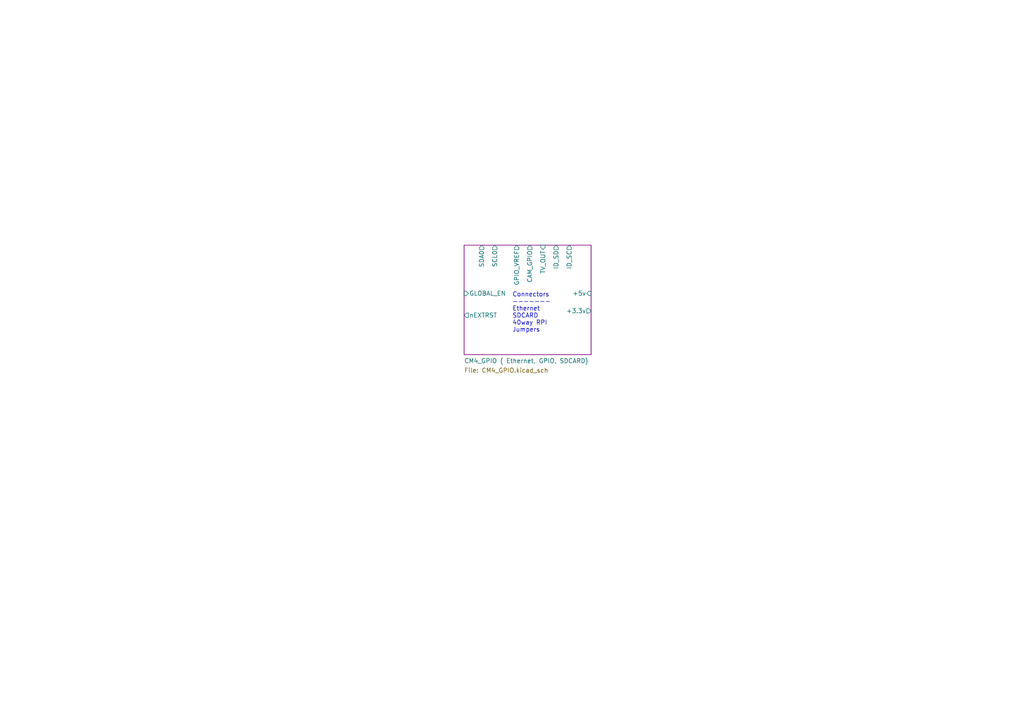
<source format=kicad_sch>
(kicad_sch (version 20210406) (generator eeschema)
  (paper "A4")
  (title_block (title "Compute Module 4 IO Board - Top Level") (rev "1") (company "(c) Raspberry Pi Trading 2020") (comment 1 "www.raspberrypi.org"))
  (lib_symbols)
  (text "Connectors\n-------\nEthernet\nSDCARD\n40way RPI\nJumpers" (at 148.59 96.52 0) (effects (font (size 1.27 1.27)) (justify left bottom)))
  (sheet (at 134.62 71.12) (size 36.83 31.75) (stroke (width 0.1524) (color 132 0 132 1)) (fill (color 255 255 255 0.0000))
    (property "Sheet name" "CM4_GPIO ( Ethernet, GPIO, SDCARD)" (at 134.62 105.41 0) (effects (justify left bottom)))
    (property "Sheet file" "CM4_GPIO.kicad_sch" (at 134.62 106.68 0) (effects (justify left top)))
    (pin "ID_SC" output (at 165.1 71.12 90))
    (pin "ID_SD" output (at 161.29 71.12 90))
    (pin "CAM_GPIO" output (at 153.67 71.12 90))
    (pin "SCL0" output (at 143.51 71.12 90))
    (pin "SDA0" output (at 139.7 71.12 90))
    (pin "+5v" input (at 171.45 85.09 0))
    (pin "+3.3v" output (at 171.45 90.17 0))
    (pin "nEXTRST" output (at 134.62 91.44 180))
    (pin "GLOBAL_EN" input (at 134.62 85.09 180))
    (pin "GPIO_VREF" output (at 149.86 71.12 90))
    (pin "TV_OUT" input (at 157.48 71.12 90))
  )
)
</source>
